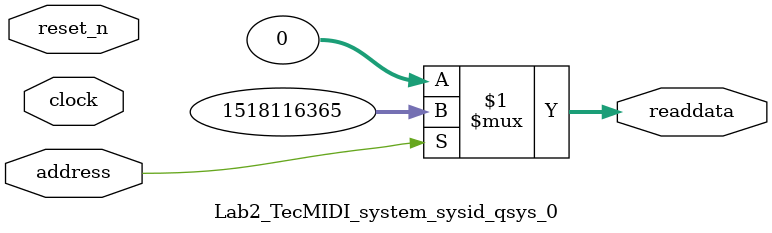
<source format=v>



// synthesis translate_off
`timescale 1ns / 1ps
// synthesis translate_on

// turn off superfluous verilog processor warnings 
// altera message_level Level1 
// altera message_off 10034 10035 10036 10037 10230 10240 10030 

module Lab2_TecMIDI_system_sysid_qsys_0 (
               // inputs:
                address,
                clock,
                reset_n,

               // outputs:
                readdata
             )
;

  output  [ 31: 0] readdata;
  input            address;
  input            clock;
  input            reset_n;

  wire    [ 31: 0] readdata;
  //control_slave, which is an e_avalon_slave
  assign readdata = address ? 1518116365 : 0;

endmodule




</source>
